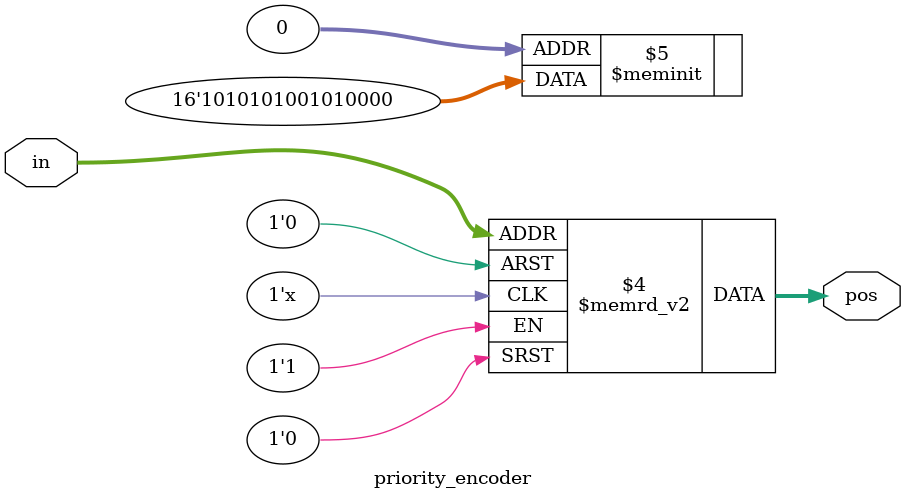
<source format=v>
module priority_encoder( 
input [2:0] in,
output reg [1:0] pos ); 
// When sel=1, assign b to out
always @( in ) 
begin 
	case( in ) 
	3'b000: pos = 0; 
	3'b001: pos = 0; 
	3'b010: pos = 1; 
	3'b011: pos = 1; 
	3'b100: pos = 2; 
	3'b101: pos = 2; 
	3'b110: pos = 2; 
	3'b111: pos = 2; 
	//default: pos = 0; 
	endcase 
end 
endmodule

</source>
